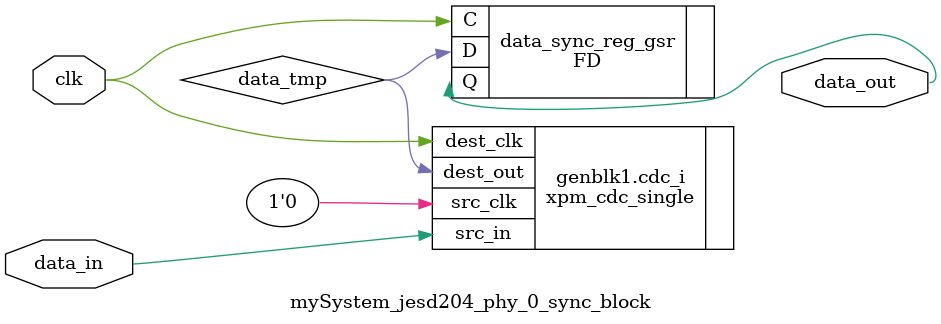
<source format=v>




`timescale 1ps / 1ps
`define USE_XPM_CDC

//(* dont_touch = "yes" *)
module mySystem_jesd204_phy_0_sync_block #(
  parameter INITIALISE = 1'b0,
  parameter TYPE = 1'b0   //Set to 1 only for reset synchronizer
)
(
  input        clk,              // clock to be sync'ed to
  input        data_in,          // Data to be 'synced'
  output       data_out          // synced data
);

`ifdef USE_XPM_CDC
  wire data_tmp;
  generate
  if (TYPE == 0)
  begin
    // Use the new Xilinx CDC libraries.
    xpm_cdc_single #(
      .DEST_SYNC_FF  (4), // Number of registers in the destination clock domain to account for MTBF
      .SRC_INPUT_REG (0)  // Determines whether there is an input register in src_clk domain.
                        // SRC_INPUT_REG = 0, input register is not present
    ) cdc_i  (
      .src_clk  (1'd0     ),
      .dest_clk (clk      ),
      .src_in   (data_in  ),
      .dest_out (data_tmp )
    );

  end
  else begin
    xpm_cdc_async_rst #(
      //Common module parameters
      .DEST_SYNC_FF    (5), // integer; range: 2-10
      .RST_ACTIVE_HIGH (1)  // integer; 0=active low reset, 1=active high reset
    ) xpm_cdc_async_rst_inst (
      .src_arst  (data_in),
      .dest_clk  (clk),
      .dest_arst (data_tmp)
    );
  end
  endgenerate

  (* ASYNC_REG = "TRUE", SHREG_EXTRACT = "NO" *)
  FD #(
    .INIT (INITIALISE[0])
  ) data_sync_reg_gsr (
    .C  (clk     ),
    .D  (data_tmp),
    .Q  (data_out)
  );

`else
  // Internal Signals
  wire   data_sync0;
  wire   data_sync1;
  wire   data_sync2;
  wire   data_sync3;
  wire   data_sync4;


  (* ASYNC_REG = "TRUE", SHREG_EXTRACT = "NO" *)
  FD #(
    .INIT (INITIALISE[0])
  ) data_sync_reg0 (
    .C  (clk),
    .D  (data_in),
    .Q  (data_sync0)
  );

  (* ASYNC_REG = "TRUE", SHREG_EXTRACT = "NO" *)
  FD #(
   .INIT (INITIALISE[0])
  ) data_sync_reg1 (
  .C  (clk),
  .D  (data_sync0),
  .Q  (data_sync1)
  );

  (* ASYNC_REG = "TRUE", SHREG_EXTRACT = "NO" *)
  FD #(
   .INIT (INITIALISE[0])
  ) data_sync_reg2 (
  .C  (clk),
  .D  (data_sync1),
  .Q  (data_sync2)
  );

  (* ASYNC_REG = "TRUE", SHREG_EXTRACT = "NO" *)
  FD #(
   .INIT (INITIALISE[0])
  ) data_sync_reg3 (
  .C  (clk),
  .D  (data_sync2),
  .Q  (data_sync3)
  );

  (* ASYNC_REG = "TRUE", SHREG_EXTRACT = "NO" *)
  FD #(
   .INIT (INITIALISE[0])
  ) data_sync_reg4 (
  .C  (clk),
  .D  (data_sync3),
  .Q  (data_sync4)
  );

  assign data_out = data_sync4;
`endif

endmodule

</source>
